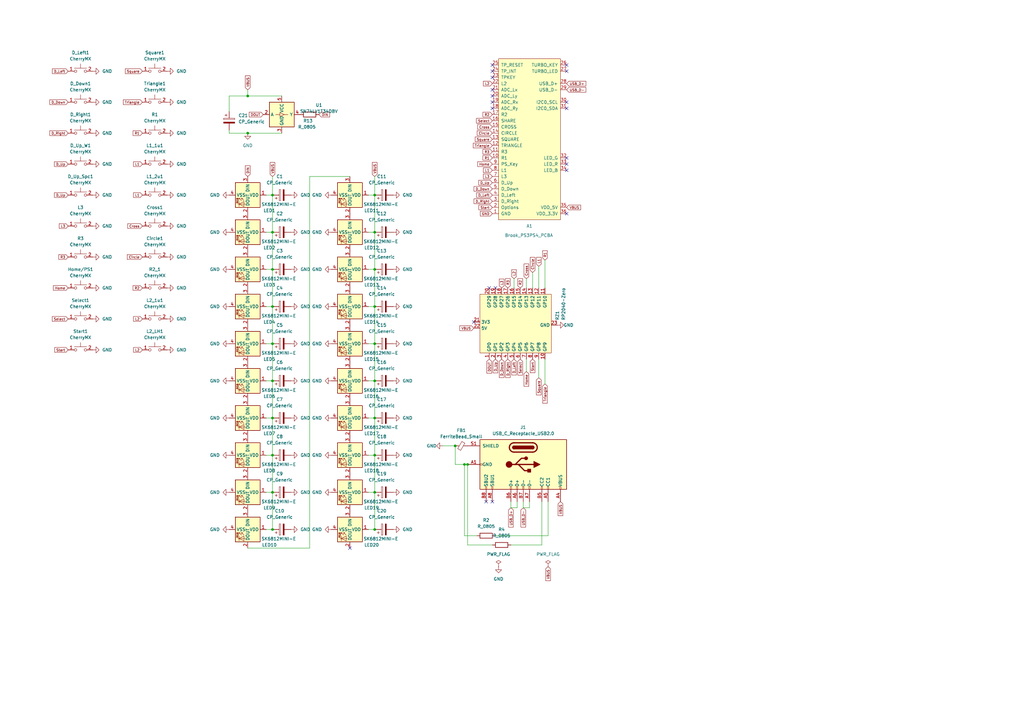
<source format=kicad_sch>
(kicad_sch (version 20230121) (generator eeschema)
  (paper "A3")
  (lib_symbols
    (symbol "Brook:Brook_PS3PS4_PCBA" (pin_names (offset 1.016))
      (property "Reference" "A" (at 0 0 0))
      (property "Value" "Brook_PS3PS4_PCBA" (at 0 -2.54 0))
      (symbol "Brook_PS3PS4_PCBA_1_1"
        (pin power_in line (at -15.24 5.08 0) (length 2.54) (name "GND") (number "1"))
        (pin input line (at -15.24 27.94 0) (length 2.54) (name "R1") (number "10"))
        (pin input line (at -15.24 30.48 0) (length 2.54) (name "R3") (number "11"))
        (pin input line (at -15.24 33.02 0) (length 2.54) (name "TRIANGLE") (number "12"))
        (pin input line (at -15.24 35.56 0) (length 2.54) (name "SQUARE") (number "13"))
        (pin input line (at -15.24 38.1 0) (length 2.54) (name "CIRCLE") (number "14"))
        (pin input line (at -15.24 40.64 0) (length 2.54) (name "CROSS") (number "15"))
        (pin input line (at -15.24 43.18 0) (length 2.54) (name "SHARE") (number "16"))
        (pin input line (at -15.24 45.72 0) (length 2.54) (name "R2") (number "17"))
        (pin input line (at -15.24 48.26 0) (length 2.54) (name "ADC_Ry") (number "18"))
        (pin input line (at -15.24 50.8 0) (length 2.54) (name "ADC_Rx") (number "19"))
        (pin input line (at -15.24 7.62 0) (length 2.54) (name "Options") (number "2"))
        (pin input line (at -15.24 53.34 0) (length 2.54) (name "ADC_Ly") (number "20"))
        (pin input line (at -15.24 55.88 0) (length 2.54) (name "ADC_Lx") (number "21"))
        (pin input line (at -15.24 58.42 0) (length 2.54) (name "L2") (number "22"))
        (pin input line (at -15.24 60.96 0) (length 2.54) (name "TPKEY") (number "23"))
        (pin input line (at -15.24 63.5 0) (length 2.54) (name "TP_INT") (number "24"))
        (pin input line (at -15.24 66.04 0) (length 2.54) (name "TP_RESET") (number "25"))
        (pin input line (at 15.24 66.04 180) (length 2.54) (name "TURBO_KEY") (number "26"))
        (pin output line (at 15.24 63.5 180) (length 2.54) (name "TURBO_LED") (number "27"))
        (pin bidirectional line (at 15.24 58.42 180) (length 2.54) (name "USB_D+") (number "28"))
        (pin bidirectional line (at 15.24 55.88 180) (length 2.54) (name "USB_D-") (number "29"))
        (pin input line (at -15.24 10.16 0) (length 2.54) (name "D_Right") (number "3"))
        (pin bidirectional line (at 15.24 50.8 180) (length 2.54) (name "I2C0_SCL") (number "30"))
        (pin bidirectional line (at 15.24 48.26 180) (length 2.54) (name "I2C0_SDA") (number "31"))
        (pin output line (at 15.24 27.94 180) (length 2.54) (name "LED_G") (number "32"))
        (pin output line (at 15.24 25.4 180) (length 2.54) (name "LED_R") (number "33"))
        (pin output line (at 15.24 22.86 180) (length 2.54) (name "LED_B") (number "34"))
        (pin power_in line (at 15.24 7.62 180) (length 2.54) (name "VDD_5V") (number "35"))
        (pin power_out line (at 15.24 5.08 180) (length 2.54) (name "VDD_3.3V") (number "36"))
        (pin input line (at -15.24 12.7 0) (length 2.54) (name "D_Left") (number "4"))
        (pin input line (at -15.24 15.24 0) (length 2.54) (name "D_Down") (number "5"))
        (pin input line (at -15.24 17.78 0) (length 2.54) (name "D_Up") (number "6"))
        (pin input line (at -15.24 20.32 0) (length 2.54) (name "L3") (number "7"))
        (pin input line (at -15.24 22.86 0) (length 2.54) (name "L1") (number "8"))
        (pin input line (at -15.24 25.4 0) (length 2.54) (name "PS_Key") (number "9"))
      )
    )
    (symbol "CherryMX:CherryMX" (pin_names (offset 0.254))
      (property "Reference" "SW" (at 2.54 3.175 0))
      (property "Value" "CherryMX" (at 0 -1.905 0))
      (symbol "CherryMX_1_1"
        (pin passive line (at -5.08 0 0) (length 2.54) (name "~") (number "1"))
        (pin passive line (at 5.08 0 180) (length 2.54) (name "~") (number "2"))
      )
    )
    (symbol "Connector:USB_C_Receptacle_USB2.0" (pin_names (offset 1.016))
      (property "Reference" "J" (at -10.16 19.05 0))
      (property "Value" "USB_C_Receptacle_USB2.0" (at 19.05 19.05 0))
      (symbol "USB_C_Receptacle_USB2.0_1_1"
        (pin passive line (at 0 -22.86 90) (length 5.08) (name "GND") (number "A1"))
        (pin passive line (at 0 -22.86 90) (length 5.08) hide (name "GND") (number "A12"))
        (pin passive line (at 15.24 15.24 180) (length 5.08) (name "VBUS") (number "A4"))
        (pin bidirectional line (at 15.24 10.16 180) (length 5.08) (name "CC1") (number "A5"))
        (pin bidirectional line (at 15.24 -2.54 180) (length 5.08) (name "D+") (number "A6"))
        (pin bidirectional line (at 15.24 2.54 180) (length 5.08) (name "D-") (number "A7"))
        (pin bidirectional line (at 15.24 -12.7 180) (length 5.08) (name "SBU1") (number "A8"))
        (pin passive line (at 15.24 15.24 180) (length 5.08) hide (name "VBUS") (number "A9"))
        (pin passive line (at 0 -22.86 90) (length 5.08) hide (name "GND") (number "B1"))
        (pin passive line (at 0 -22.86 90) (length 5.08) hide (name "GND") (number "B12"))
        (pin passive line (at 15.24 15.24 180) (length 5.08) hide (name "VBUS") (number "B4"))
        (pin bidirectional line (at 15.24 7.62 180) (length 5.08) (name "CC2") (number "B5"))
        (pin bidirectional line (at 15.24 -5.08 180) (length 5.08) (name "D+") (number "B6"))
        (pin bidirectional line (at 15.24 0 180) (length 5.08) (name "D-") (number "B7"))
        (pin bidirectional line (at 15.24 -15.24 180) (length 5.08) (name "SBU2") (number "B8"))
        (pin passive line (at 15.24 15.24 180) (length 5.08) hide (name "VBUS") (number "B9"))
        (pin passive line (at -7.62 -22.86 90) (length 5.08) (name "SHIELD") (number "S1"))
      )
    )
    (symbol "Device:FerriteBead_Small" (pin_numbers hide) (pin_names (offset 0))
      (property "Reference" "FB" (at 1.905 1.27 0))
      (property "Value" "FerriteBead_Small" (at 1.905 -1.27 0))
      (symbol "FerriteBead_Small_1_1"
        (pin passive line (at 0 2.54 270) (length 1.27) (name "~") (number "1"))
        (pin passive line (at 0 -2.54 90) (length 1.27) (name "~") (number "2"))
      )
    )
    (symbol "Logic_LevelTranslator:SN74LV1T34DBV"
      (property "Reference" "U" (at 5.08 6.35 0))
      (property "Value" "SN74LV1T34DBV" (at 5.08 3.81 0))
      (symbol "SN74LV1T34DBV_1_1"
        (pin no_connect line (at -5.08 2.54 0) (length 2.54) hide (name "NC") (number "1"))
        (pin input line (at -7.62 0 0) (length 2.54) (name "A") (number "2"))
        (pin power_in line (at 0 -7.62 90) (length 2.54) (name "GND") (number "3"))
        (pin output line (at 7.62 0 180) (length 2.54) (name "Y") (number "4"))
        (pin power_in line (at 0 7.62 270) (length 2.54) (name "VCC") (number "5"))
      )
    )
    (symbol "PCM_Capacitor_AKL:CP_Generic" (pin_numbers hide) (pin_names (offset 0.254))
      (property "Reference" "C" (at 0.635 2.54 0))
      (property "Value" "CP_Generic" (at 0.635 -2.54 0))
      (symbol "CP_Generic_1_1"
        (pin passive line (at 0 3.81 270) (length 2.794) (name "~") (number "1"))
        (pin passive line (at 0 -3.81 90) (length 2.794) (name "~") (number "2"))
      )
    )
    (symbol "PCM_Resistor_AKL:R_0805" (pin_numbers hide) (pin_names (offset 0))
      (property "Reference" "R" (at 2.54 1.27 0))
      (property "Value" "R_0805" (at 2.54 -1.27 0))
      (symbol "R_0805_1_1"
        (pin passive line (at 0 3.81 270) (length 1.27) (name "~") (number "1"))
        (pin passive line (at 0 -3.81 90) (length 1.27) (name "~") (number "2"))
      )
    )
    (symbol "marbastlib-various:SK6812MINI-E"
      (property "Reference" "LED" (at 2.54 6.35 0))
      (property "Value" "SK6812MINI-E" (at 7.62 -6.35 0))
      (symbol "SK6812MINI-E_0_0"
        (text "RGB" (at 2.286 -4.191 0) (effects (font (size 0.762 0.762))))
      )
      (symbol "SK6812MINI-E_1_1"
        (pin power_in line (at 0 7.62 270) (length 2.54) (name "VDD") (number "1"))
        (pin output line (at 7.62 0 180) (length 2.54) (name "DOUT") (number "2"))
        (pin input line (at -7.62 0 0) (length 2.54) (name "DIN") (number "3"))
        (pin power_in line (at 0 -7.62 90) (length 2.54) (name "VSS") (number "4"))
      )
    )
    (symbol "power:GND" (power) (pin_names (offset 0))
      (property "Value" "GND" (at 0 -3.81 0))
      (symbol "GND_1_1"
        (pin power_in line (at 0 0 270) (length 0) hide (name "GND") (number "1"))
      )
    )
    (symbol "power:PWR_FLAG" (power) (pin_numbers hide) (pin_names (offset 0) hide)
      (property "Value" "PWR_FLAG" (at 0 3.81 0))
      (symbol "PWR_FLAG_0_0"
        (pin power_out line (at 0 0 90) (length 0) (name "pwr") (number "1"))
      )
    )
    (symbol "rp2040-zero:RP2040-Zero"
      (property "Reference" "RZ" (at 0 0 0))
      (property "Value" "RP2040-Zero" (at 0 -2.54 0))
      (symbol "RP2040-Zero_1_1"
        (pin bidirectional line (at -13.97 10.16 0) (length 2.54) (name "GP0") (number "1"))
        (pin bidirectional line (at -13.97 -12.7 0) (length 2.54) (name "GP9") (number "10"))
        (pin bidirectional line (at 15.24 -12.7 180) (length 2.54) (name "GP10") (number "11"))
        (pin bidirectional line (at 15.24 -10.16 180) (length 2.54) (name "GP11") (number "12"))
        (pin bidirectional line (at 15.24 -7.62 180) (length 2.54) (name "GP12") (number "13"))
        (pin bidirectional line (at 15.24 -5.08 180) (length 2.54) (name "GP13") (number "14"))
        (pin bidirectional line (at 15.24 -2.54 180) (length 2.54) (name "GP14") (number "15"))
        (pin bidirectional line (at 15.24 0 180) (length 2.54) (name "GP15") (number "16"))
        (pin bidirectional line (at 15.24 2.54 180) (length 2.54) (name "GP26") (number "17"))
        (pin bidirectional line (at 15.24 5.08 180) (length 2.54) (name "GP27") (number "18"))
        (pin bidirectional line (at 15.24 7.62 180) (length 2.54) (name "GP28") (number "19"))
        (pin bidirectional line (at -13.97 7.62 0) (length 2.54) (name "GP1") (number "2"))
        (pin bidirectional line (at 15.24 10.16 180) (length 2.54) (name "GP29") (number "20"))
        (pin power_in line (at 1.27 16.51 270) (length 2.54) (name "3V3") (number "21"))
        (pin power_in line (at -1.27 16.51 270) (length 2.54) (name "5V") (number "22"))
        (pin power_in line (at 0 -17.78 90) (length 2.54) (name "GND") (number "23"))
        (pin bidirectional line (at -13.97 5.08 0) (length 2.54) (name "GP2") (number "3"))
        (pin bidirectional line (at -13.97 2.54 0) (length 2.54) (name "GP3") (number "4"))
        (pin bidirectional line (at -13.97 0 0) (length 2.54) (name "GP4") (number "5"))
        (pin bidirectional line (at -13.97 -2.54 0) (length 2.54) (name "GP5") (number "6"))
        (pin bidirectional line (at -13.97 -5.08 0) (length 2.54) (name "GP6") (number "7"))
        (pin bidirectional line (at -13.97 -7.62 0) (length 2.54) (name "GP7") (number "8"))
        (pin bidirectional line (at -13.97 -10.16 0) (length 2.54) (name "GP8") (number "9"))
      )
    )
  )
  (junction (at 190.5 190.5))
  (junction (at 111.76 217.17))
  (junction (at 111.76 171.45))
  (junction (at 153.67 110.49))
  (junction (at 153.67 217.17))
  (junction (at 111.76 186.69))
  (junction (at 186.69 182.88))
  (junction (at 111.76 95.25))
  (junction (at 153.67 80.01))
  (junction (at 111.76 156.21))
  (junction (at 153.67 125.73))
  (junction (at 111.76 125.73))
  (junction (at 111.76 110.49))
  (junction (at 111.76 201.93))
  (junction (at 101.6 39.37))
  (junction (at 153.67 140.97))
  (junction (at 153.67 171.45))
  (junction (at 153.67 95.25))
  (junction (at 101.6 54.61))
  (junction (at 153.67 186.69))
  (junction (at 153.67 156.21))
  (junction (at 191.77 190.5))
  (junction (at 153.67 201.93))
  (junction (at 111.76 140.97))
  (junction (at 111.76 80.01))
  (no_connect (at 201.93 41.91))
  (no_connect (at 201.93 39.37))
  (no_connect (at 232.41 64.77))
  (no_connect (at 232.41 87.63))
  (no_connect (at 232.41 67.31))
  (no_connect (at 232.41 29.21))
  (no_connect (at 201.93 44.45))
  (no_connect (at 201.93 31.75))
  (no_connect (at 232.41 41.91))
  (no_connect (at 232.41 26.67))
  (no_connect (at 232.41 44.45))
  (no_connect (at 201.93 26.67))
  (no_connect (at 203.2 118.11))
  (no_connect (at 194.31 132.08))
  (no_connect (at 232.41 69.85))
  (no_connect (at 199.39 205.74))
  (no_connect (at 200.66 118.11))
  (no_connect (at 201.93 29.21))
  (no_connect (at 143.51 224.79))
  (no_connect (at 201.93 205.74))
  (no_connect (at 201.93 36.83))
  (wire (pts (xy 111.76 125.73) (xy 111.76 140.97)))
  (wire (pts (xy 153.67 110.49) (xy 151.13 110.49)))
  (wire (pts (xy 153.67 140.97) (xy 151.13 140.97)))
  (wire (pts (xy 153.67 125.73) (xy 151.13 125.73)))
  (wire (pts (xy 153.67 140.97) (xy 153.67 156.21)))
  (wire (pts (xy 153.67 186.69) (xy 153.67 201.93)))
  (wire (pts (xy 111.76 171.45) (xy 109.22 171.45)))
  (wire (pts (xy 153.67 156.21) (xy 151.13 156.21)))
  (wire (pts (xy 186.69 190.5) (xy 186.69 182.88)))
  (wire (pts (xy 111.76 201.93) (xy 109.22 201.93)))
  (wire (pts (xy 220.98 147.32) (xy 220.98 154.94)))
  (wire (pts (xy 153.67 156.21) (xy 153.67 171.45)))
  (wire (pts (xy 127 72.39) (xy 143.51 72.39)))
  (wire (pts (xy 101.6 39.37) (xy 93.98 39.37)))
  (wire (pts (xy 215.9 114.3) (xy 215.9 118.11)))
  (wire (pts (xy 101.6 36.83) (xy 101.6 39.37)))
  (wire (pts (xy 101.6 224.79) (xy 127 224.79)))
  (wire (pts (xy 153.67 186.69) (xy 151.13 186.69)))
  (wire (pts (xy 111.76 156.21) (xy 111.76 171.45)))
  (wire (pts (xy 215.9 147.32) (xy 215.9 152.4)))
  (wire (pts (xy 153.67 201.93) (xy 151.13 201.93)))
  (wire (pts (xy 111.76 110.49) (xy 111.76 125.73)))
  (wire (pts (xy 93.98 39.37) (xy 93.98 45.72)))
  (wire (pts (xy 153.67 110.49) (xy 153.67 125.73)))
  (wire (pts (xy 93.98 53.34) (xy 93.98 54.61)))
  (wire (pts (xy 153.67 95.25) (xy 151.13 95.25)))
  (wire (pts (xy 214.63 205.74) (xy 214.63 208.28)))
  (wire (pts (xy 201.93 223.52) (xy 191.77 223.52)))
  (wire (pts (xy 111.76 140.97) (xy 109.22 140.97)))
  (wire (pts (xy 222.25 223.52) (xy 209.55 223.52)))
  (wire (pts (xy 210.82 114.3) (xy 210.82 118.11)))
  (wire (pts (xy 153.67 171.45) (xy 151.13 171.45)))
  (wire (pts (xy 153.67 171.45) (xy 153.67 186.69)))
  (wire (pts (xy 111.76 201.93) (xy 111.76 217.17)))
  (wire (pts (xy 181.61 182.88) (xy 186.69 182.88)))
  (wire (pts (xy 153.67 80.01) (xy 151.13 80.01)))
  (wire (pts (xy 222.25 205.74) (xy 222.25 223.52)))
  (wire (pts (xy 186.69 190.5) (xy 190.5 190.5)))
  (wire (pts (xy 224.79 219.71) (xy 203.2 219.71)))
  (wire (pts (xy 224.79 205.74) (xy 224.79 219.71)))
  (wire (pts (xy 214.63 208.28) (xy 217.17 208.28)))
  (wire (pts (xy 153.67 95.25) (xy 153.67 110.49)))
  (wire (pts (xy 101.6 39.37) (xy 115.57 39.37)))
  (wire (pts (xy 190.5 190.5) (xy 191.77 190.5)))
  (wire (pts (xy 153.67 201.93) (xy 153.67 217.17)))
  (wire (pts (xy 111.76 217.17) (xy 109.22 217.17)))
  (wire (pts (xy 153.67 125.73) (xy 153.67 140.97)))
  (wire (pts (xy 153.67 72.39) (xy 153.67 80.01)))
  (wire (pts (xy 101.6 54.61) (xy 115.57 54.61)))
  (wire (pts (xy 223.52 147.32) (xy 223.52 157.48)))
  (wire (pts (xy 111.76 140.97) (xy 111.76 156.21)))
  (wire (pts (xy 111.76 125.73) (xy 109.22 125.73)))
  (wire (pts (xy 111.76 80.01) (xy 109.22 80.01)))
  (wire (pts (xy 223.52 106.68) (xy 223.52 118.11)))
  (wire (pts (xy 93.98 54.61) (xy 101.6 54.61)))
  (wire (pts (xy 209.55 208.28) (xy 209.55 205.74)))
  (wire (pts (xy 191.77 223.52) (xy 191.77 190.5)))
  (wire (pts (xy 217.17 205.74) (xy 217.17 208.28)))
  (wire (pts (xy 111.76 110.49) (xy 109.22 110.49)))
  (wire (pts (xy 111.76 156.21) (xy 109.22 156.21)))
  (wire (pts (xy 220.98 109.22) (xy 220.98 118.11)))
  (wire (pts (xy 111.76 72.39) (xy 111.76 80.01)))
  (wire (pts (xy 111.76 171.45) (xy 111.76 186.69)))
  (wire (pts (xy 111.76 186.69) (xy 109.22 186.69)))
  (wire (pts (xy 111.76 80.01) (xy 111.76 95.25)))
  (wire (pts (xy 111.76 186.69) (xy 111.76 201.93)))
  (wire (pts (xy 195.58 219.71) (xy 190.5 219.71)))
  (wire (pts (xy 153.67 217.17) (xy 151.13 217.17)))
  (wire (pts (xy 153.67 80.01) (xy 153.67 95.25)))
  (wire (pts (xy 111.76 95.25) (xy 111.76 110.49)))
  (wire (pts (xy 190.5 219.71) (xy 190.5 190.5)))
  (wire (pts (xy 218.44 111.76) (xy 218.44 118.11)))
  (wire (pts (xy 111.76 95.25) (xy 109.22 95.25)))
  (wire (pts (xy 212.09 205.74) (xy 212.09 208.28)))
  (wire (pts (xy 212.09 208.28) (xy 209.55 208.28)))
  (wire (pts (xy 127 224.79) (xy 127 72.39)))
  (global_label "R2" (shape input) (at 213.36 118.11 90) (effects (font (size 1 1))) (property "Intersheetrefs" "${INTERSHEET_REFS}" (effects hide)))
  (global_label "D_Up" (shape input) (at 203.2 147.32 270) (effects (font (size 1 1))) (property "Intersheetrefs" "${INTERSHEET_REFS}" (effects hide)))
  (global_label "Home" (shape input) (at 27.94 118.11 180) (effects (font (size 1 1))) (property "Intersheetrefs" "${INTERSHEET_REFS}" (effects hide)))
  (global_label "D_Down" (shape input) (at 205.74 147.32 270) (effects (font (size 1 1))) (property "Intersheetrefs" "${INTERSHEET_REFS}" (effects hide)))
  (global_label "R3" (shape input) (at 208.28 118.11 90) (effects (font (size 1 1))) (property "Intersheetrefs" "${INTERSHEET_REFS}" (effects hide)))
  (global_label "D_Right" (shape input) (at 201.93 82.55 180) (effects (font (size 1 1))) (property "Intersheetrefs" "${INTERSHEET_REFS}" (effects hide)))
  (global_label "D_Left" (shape input) (at 201.93 80.01 180) (effects (font (size 1 1))) (property "Intersheetrefs" "${INTERSHEET_REFS}" (effects hide)))
  (global_label "VBUS" (shape input) (at 153.67 72.39 90) (effects (font (size 1 1))) (property "Intersheetrefs" "${INTERSHEET_REFS}" (effects hide)))
  (global_label "Home" (shape input) (at 215.9 152.4 270) (effects (font (size 1 1))) (property "Intersheetrefs" "${INTERSHEET_REFS}" (effects hide)))
  (global_label "Start" (shape input) (at 218.44 147.32 270) (effects (font (size 1 1))) (property "Intersheetrefs" "${INTERSHEET_REFS}" (effects hide)))
  (global_label "Square" (shape input) (at 58.42 29.21 180) (effects (font (size 1 1))) (property "Intersheetrefs" "${INTERSHEET_REFS}" (effects hide)))
  (global_label "VBUS" (shape input) (at 229.87 205.74 270) (effects (font (size 1 1))) (property "Intersheetrefs" "${INTERSHEET_REFS}" (effects hide)))
  (global_label "Triangle" (shape input) (at 223.52 157.48 270) (effects (font (size 1 1))) (property "Intersheetrefs" "${INTERSHEET_REFS}" (effects hide)))
  (global_label "VBUS" (shape input) (at 224.79 232.41 270) (effects (font (size 1 1))) (property "Intersheetrefs" "${INTERSHEET_REFS}" (effects hide)))
  (global_label "Square" (shape input) (at 220.98 154.94 270) (effects (font (size 1 1))) (property "Intersheetrefs" "${INTERSHEET_REFS}" (effects hide)))
  (global_label "R3" (shape input) (at 201.93 62.23 180) (effects (font (size 1 1))) (property "Intersheetrefs" "${INTERSHEET_REFS}" (effects hide)))
  (global_label "R2" (shape input) (at 58.42 118.11 180) (effects (font (size 1 1))) (property "Intersheetrefs" "${INTERSHEET_REFS}" (effects hide)))
  (global_label "VBUS" (shape input) (at 101.6 36.83 90) (effects (font (size 1 1))) (property "Intersheetrefs" "${INTERSHEET_REFS}" (effects hide)))
  (global_label "VBUS" (shape input) (at 232.41 85.09 0) (effects (font (size 1 1))) (property "Intersheetrefs" "${INTERSHEET_REFS}" (effects hide)))
  (global_label "R2" (shape input) (at 201.93 46.99 180) (effects (font (size 1 1))) (property "Intersheetrefs" "${INTERSHEET_REFS}" (effects hide)))
  (global_label "R3" (shape input) (at 27.94 105.41 180) (effects (font (size 1 1))) (property "Intersheetrefs" "${INTERSHEET_REFS}" (effects hide)))
  (global_label "L1" (shape input) (at 58.42 80.01 180) (effects (font (size 1 1))) (property "Intersheetrefs" "${INTERSHEET_REFS}" (effects hide)))
  (global_label "DIN" (shape input) (at 130.81 46.99 0) (effects (font (size 1 1))) (property "Intersheetrefs" "${INTERSHEET_REFS}" (effects hide)))
  (global_label "L1" (shape input) (at 58.42 67.31 180) (effects (font (size 1 1))) (property "Intersheetrefs" "${INTERSHEET_REFS}" (effects hide)))
  (global_label "Home" (shape input) (at 201.93 67.31 180) (effects (font (size 1 1))) (property "Intersheetrefs" "${INTERSHEET_REFS}" (effects hide)))
  (global_label "Cross" (shape input) (at 215.9 114.3 90) (effects (font (size 1 1))) (property "Intersheetrefs" "${INTERSHEET_REFS}" (effects hide)))
  (global_label "USB_D+" (shape input) (at 209.55 208.28 270) (effects (font (size 1 1))) (property "Intersheetrefs" "${INTERSHEET_REFS}" (effects hide)))
  (global_label "DOUT" (shape input) (at 200.66 147.32 270) (effects (font (size 1 1))) (property "Intersheetrefs" "${INTERSHEET_REFS}" (effects hide)))
  (global_label "L3" (shape input) (at 201.93 72.39 180) (effects (font (size 1 1))) (property "Intersheetrefs" "${INTERSHEET_REFS}" (effects hide)))
  (global_label "R1" (shape input) (at 201.93 64.77 180) (effects (font (size 1 1))) (property "Intersheetrefs" "${INTERSHEET_REFS}" (effects hide)))
  (global_label "L2" (shape input) (at 58.42 143.51 180) (effects (font (size 1 1))) (property "Intersheetrefs" "${INTERSHEET_REFS}" (effects hide)))
  (global_label "Start" (shape input) (at 27.94 143.51 180) (effects (font (size 1 1))) (property "Intersheetrefs" "${INTERSHEET_REFS}" (effects hide)))
  (global_label "D_Right" (shape input) (at 208.28 147.32 270) (effects (font (size 1 1))) (property "Intersheetrefs" "${INTERSHEET_REFS}" (effects hide)))
  (global_label "DOUT" (shape input) (at 107.95 46.99 180) (effects (font (size 1 1))) (property "Intersheetrefs" "${INTERSHEET_REFS}" (effects hide)))
  (global_label "L1" (shape input) (at 201.93 69.85 180) (effects (font (size 1 1))) (property "Intersheetrefs" "${INTERSHEET_REFS}" (effects hide)))
  (global_label "D_Down" (shape input) (at 201.93 77.47 180) (effects (font (size 1 1))) (property "Intersheetrefs" "${INTERSHEET_REFS}" (effects hide)))
  (global_label "USB_D-" (shape input) (at 232.41 36.83 0) (effects (font (size 1 1))) (property "Intersheetrefs" "${INTERSHEET_REFS}" (effects hide)))
  (global_label "DIN" (shape input) (at 101.6 72.39 90) (effects (font (size 1 1))) (property "Intersheetrefs" "${INTERSHEET_REFS}" (effects hide)))
  (global_label "L3" (shape input) (at 205.74 118.11 90) (effects (font (size 1 1))) (property "Intersheetrefs" "${INTERSHEET_REFS}" (effects hide)))
  (global_label "Circle" (shape input) (at 218.44 111.76 90) (effects (font (size 1 1))) (property "Intersheetrefs" "${INTERSHEET_REFS}" (effects hide)))
  (global_label "R1" (shape input) (at 223.52 106.68 90) (effects (font (size 1 1))) (property "Intersheetrefs" "${INTERSHEET_REFS}" (effects hide)))
  (global_label "Select" (shape input) (at 201.93 49.53 180) (effects (font (size 1 1))) (property "Intersheetrefs" "${INTERSHEET_REFS}" (effects hide)))
  (global_label "USB_D+" (shape input) (at 232.41 34.29 0) (effects (font (size 1 1))) (property "Intersheetrefs" "${INTERSHEET_REFS}" (effects hide)))
  (global_label "Triangle" (shape input) (at 201.93 59.69 180) (effects (font (size 1 1))) (property "Intersheetrefs" "${INTERSHEET_REFS}" (effects hide)))
  (global_label "USB_D-" (shape input) (at 214.63 208.28 270) (effects (font (size 1 1))) (property "Intersheetrefs" "${INTERSHEET_REFS}" (effects hide)))
  (global_label "Circle" (shape input) (at 201.93 54.61 180) (effects (font (size 1 1))) (property "Intersheetrefs" "${INTERSHEET_REFS}" (effects hide)))
  (global_label "L2" (shape input) (at 201.93 34.29 180) (effects (font (size 1 1))) (property "Intersheetrefs" "${INTERSHEET_REFS}" (effects hide)))
  (global_label "Start" (shape input) (at 201.93 85.09 180) (effects (font (size 1 1))) (property "Intersheetrefs" "${INTERSHEET_REFS}" (effects hide)))
  (global_label "VBUS" (shape input) (at 111.76 72.39 90) (effects (font (size 1 1))) (property "Intersheetrefs" "${INTERSHEET_REFS}" (effects hide)))
  (global_label "D_Left" (shape input) (at 27.94 29.21 180) (effects (font (size 1 1))) (property "Intersheetrefs" "${INTERSHEET_REFS}" (effects hide)))
  (global_label "L2" (shape input) (at 58.42 130.81 180) (effects (font (size 1 1))) (property "Intersheetrefs" "${INTERSHEET_REFS}" (effects hide)))
  (global_label "D_Up" (shape input) (at 27.94 67.31 180) (effects (font (size 1 1))) (property "Intersheetrefs" "${INTERSHEET_REFS}" (effects hide)))
  (global_label "L2" (shape input) (at 210.82 114.3 90) (effects (font (size 1 1))) (property "Intersheetrefs" "${INTERSHEET_REFS}" (effects hide)))
  (global_label "L1" (shape input) (at 220.98 109.22 90) (effects (font (size 1 1))) (property "Intersheetrefs" "${INTERSHEET_REFS}" (effects hide)))
  (global_label "R1" (shape input) (at 58.42 54.61 180) (effects (font (size 1 1))) (property "Intersheetrefs" "${INTERSHEET_REFS}" (effects hide)))
  (global_label "Select" (shape input) (at 27.94 130.81 180) (effects (font (size 1 1))) (property "Intersheetrefs" "${INTERSHEET_REFS}" (effects hide)))
  (global_label "D_Right" (shape input) (at 27.94 54.61 180) (effects (font (size 1 1))) (property "Intersheetrefs" "${INTERSHEET_REFS}" (effects hide)))
  (global_label "Cross" (shape input) (at 201.93 52.07 180) (effects (font (size 1 1))) (property "Intersheetrefs" "${INTERSHEET_REFS}" (effects hide)))
  (global_label "Circle" (shape input) (at 58.42 105.41 180) (effects (font (size 1 1))) (property "Intersheetrefs" "${INTERSHEET_REFS}" (effects hide)))
  (global_label "D_Down" (shape input) (at 27.94 41.91 180) (effects (font (size 1 1))) (property "Intersheetrefs" "${INTERSHEET_REFS}" (effects hide)))
  (global_label "L3" (shape input) (at 27.94 92.71 180) (effects (font (size 1 1))) (property "Intersheetrefs" "${INTERSHEET_REFS}" (effects hide)))
  (global_label "Square" (shape input) (at 201.93 57.15 180) (effects (font (size 1 1))) (property "Intersheetrefs" "${INTERSHEET_REFS}" (effects hide)))
  (global_label "D_Up" (shape input) (at 27.94 80.01 180) (effects (font (size 1 1))) (property "Intersheetrefs" "${INTERSHEET_REFS}" (effects hide)))
  (global_label "Cross" (shape input) (at 58.42 92.71 180) (effects (font (size 1 1))) (property "Intersheetrefs" "${INTERSHEET_REFS}" (effects hide)))
  (global_label "Triangle" (shape input) (at 58.42 41.91 180) (effects (font (size 1 1))) (property "Intersheetrefs" "${INTERSHEET_REFS}" (effects hide)))
  (global_label "D_Up" (shape input) (at 201.93 74.93 180) (effects (font (size 1 1))) (property "Intersheetrefs" "${INTERSHEET_REFS}" (effects hide)))
  (global_label "GND" (shape input) (at 201.93 87.63 180) (effects (font (size 1 1))) (property "Intersheetrefs" "${INTERSHEET_REFS}" (effects hide)))
  (global_label "VBUS" (shape input) (at 194.31 134.62 180) (effects (font (size 1 1))) (property "Intersheetrefs" "${INTERSHEET_REFS}" (effects hide)))
  (global_label "D_Left" (shape input) (at 210.82 147.32 270) (effects (font (size 1 1))) (property "Intersheetrefs" "${INTERSHEET_REFS}" (effects hide)))
  (global_label "Select" (shape input) (at 213.36 147.32 270) (effects (font (size 1 1))) (property "Intersheetrefs" "${INTERSHEET_REFS}" (effects hide)))
  (symbol (lib_id "power:GND") (at 135.89 201.93 270) (unit 1)
    (property "Reference" "#PWR059" (effects hide))
    (property "Value" "GND" (at 132.08 201.93 90) (effects (justify right)))
  )
  (symbol (lib_id "power:GND") (at 119.38 201.93 90) (unit 1)
    (property "Reference" "#PWR040" (effects hide))
    (property "Value" "GND" (at 123.19 201.93 90) (effects (justify right)))
  )
  (symbol (lib_id "power:GND") (at 93.98 95.25 270) (unit 1)
    (property "Reference" "#PWR025" (effects hide))
    (property "Value" "GND" (at 90.17 95.25 90) (effects (justify right)))
  )
  (symbol (lib_id "power:GND") (at 135.89 80.01 270) (unit 1)
    (property "Reference" "#PWR043" (effects hide))
    (property "Value" "GND" (at 132.08 80.01 90) (effects (justify right)))
  )
  (symbol (lib_id "power:GND") (at 135.89 217.17 270) (unit 1)
    (property "Reference" "#PWR061" (effects hide))
    (property "Value" "GND" (at 132.08 217.17 90) (effects (justify right)))
  )
  (symbol (lib_id "power:GND") (at 38.1 67.31 90) (unit 1)
    (property "Reference" "#PWR08" (effects hide))
    (property "Value" "GND" (at 41.91 67.31 90) (effects (justify right)))
  )
  (symbol (lib_id "PCM_Resistor_AKL:R_0805") (at 205.74 223.52 90) (unit 1)
    (property "Reference" "R4" (at 205.74 217.17 90))
    (property "Value" "R_0805" (at 205.74 219.71 90))
    (property "Footprint" "PCM_Resistor_SMD_AKL:R_0805_2012Metric_Pad1.15x1.40mm" (effects hide))
    (property "LCSC" "C22809" (effects hide))
  )
  (symbol (lib_id "power:GND") (at 38.1 143.51 90) (unit 1)
    (property "Reference" "#PWR024" (effects hide))
    (property "Value" "GND" (at 41.91 143.51 90) (effects (justify right)))
  )
  (symbol (lib_id "power:GND") (at 161.29 186.69 90) (unit 1)
    (property "Reference" "#PWR058" (effects hide))
    (property "Value" "GND" (at 165.1 186.69 90) (effects (justify right)))
  )
  (symbol (lib_id "power:GND") (at 119.38 125.73 90) (unit 1)
    (property "Reference" "#PWR030" (effects hide))
    (property "Value" "GND" (at 123.19 125.73 90) (effects (justify right)))
  )
  (symbol (lib_id "marbastlib-various:SK6812MINI-E") (at 101.6 125.73 270) (unit 1)
    (property "Reference" "LED4" (at 110.49 132.08 90))
    (property "Value" "SK6812MINI-E" (at 114.3 129.54 90))
    (property "Footprint" "marbastlib-mx:LED_MX_6028R" (effects hide))
  )
  (symbol (lib_id "power:GND") (at 228.6 133.35 90) (unit 1)
    (property "Reference" "#PWR064" (effects hide))
    (property "Value" "GND" (at 231.14 133.35 90) (effects (justify right)))
  )
  (symbol (lib_id "CherryMX:CherryMX") (at 63.5 54.61 0) (unit 1)
    (property "Reference" "R1" (at 63.5 46.99 0))
    (property "Value" "CherryMX" (at 63.5 49.53 0))
    (property "Footprint" "keyswitches.pretty-2.1:Kailh_socket_MX" (effects hide))
  )
  (symbol (lib_id "PCM_Capacitor_AKL:CP_Generic") (at 115.57 110.49 90) (unit 1)
    (property "Reference" "C3" (at 114.681 102.87 90))
    (property "Value" "CP_Generic" (at 114.681 105.41 90))
    (property "Footprint" "Capacitor_SMD:C_0805_2012Metric" (effects hide))
    (property "LCSC" "C49678" (effects hide))
  )
  (symbol (lib_id "marbastlib-various:SK6812MINI-E") (at 101.6 171.45 270) (unit 1)
    (property "Reference" "LED7" (at 110.49 177.8 90))
    (property "Value" "SK6812MINI-E" (at 114.3 175.26 90))
    (property "Footprint" "marbastlib-mx:LED_MX_6028R" (effects hide))
  )
  (symbol (lib_id "power:GND") (at 93.98 186.69 270) (unit 1)
    (property "Reference" "#PWR037" (effects hide))
    (property "Value" "GND" (at 90.17 186.69 90) (effects (justify right)))
  )
  (symbol (lib_id "power:GND") (at 93.98 140.97 270) (unit 1)
    (property "Reference" "#PWR031" (effects hide))
    (property "Value" "GND" (at 90.17 140.97 90) (effects (justify right)))
  )
  (symbol (lib_id "CherryMX:CherryMX") (at 33.02 41.91 0) (unit 1)
    (property "Reference" "D_Down1" (at 33.02 34.29 0))
    (property "Value" "CherryMX" (at 33.02 36.83 0))
    (property "Footprint" "keyswitches.pretty-2.1:Kailh_socket_MX" (effects hide))
  )
  (symbol (lib_id "Device:FerriteBead_Small") (at 189.23 182.88 90) (unit 1)
    (property "Reference" "FB1" (at 189.1919 176.53 90))
    (property "Value" "FerriteBead_Small" (at 189.1919 179.07 90))
    (property "Footprint" "PCM_Ferrite_SMD_AKL:Ferrite_0805_2012Metric_Pad1.15x1.40mm_BigPads" (effects hide))
    (property "LCSC" "C1017" (effects hide))
  )
  (symbol (lib_id "power:PWR_FLAG") (at 224.79 232.41 0) (unit 1)
    (property "Reference" "#FLG02" (effects hide))
    (property "Value" "PWR_FLAG" (at 224.79 227.33 0))
  )
  (symbol (lib_id "power:GND") (at 161.29 171.45 90) (unit 1)
    (property "Reference" "#PWR056" (effects hide))
    (property "Value" "GND" (at 165.1 171.45 90) (effects (justify right)))
  )
  (symbol (lib_id "CherryMX:CherryMX") (at 33.02 143.51 0) (unit 1)
    (property "Reference" "Start1" (at 33.02 135.89 0))
    (property "Value" "CherryMX" (at 33.02 138.43 0))
    (property "Footprint" "keyswitches.pretty-2.1:Kailh_socket_MX" (effects hide))
  )
  (symbol (lib_id "power:GND") (at 93.98 217.17 270) (unit 1)
    (property "Reference" "#PWR041" (effects hide))
    (property "Value" "GND" (at 90.17 217.17 90) (effects (justify right)))
  )
  (symbol (lib_id "power:GND") (at 161.29 95.25 90) (unit 1)
    (property "Reference" "#PWR046" (effects hide))
    (property "Value" "GND" (at 165.1 95.25 90) (effects (justify right)))
  )
  (symbol (lib_id "PCM_Capacitor_AKL:CP_Generic") (at 157.48 125.73 90) (unit 1)
    (property "Reference" "C14" (at 156.591 118.11 90))
    (property "Value" "CP_Generic" (at 156.591 120.65 90))
    (property "Footprint" "Capacitor_SMD:C_0805_2012Metric" (effects hide))
    (property "LCSC" "C49678" (effects hide))
  )
  (symbol (lib_id "power:GND") (at 135.89 186.69 270) (unit 1)
    (property "Reference" "#PWR057" (effects hide))
    (property "Value" "GND" (at 132.08 186.69 90) (effects (justify right)))
  )
  (symbol (lib_id "CherryMX:CherryMX") (at 63.5 130.81 0) (unit 1)
    (property "Reference" "L2_1u1" (at 63.5 123.19 0))
    (property "Value" "CherryMX" (at 63.5 125.73 0))
    (property "Footprint" "keyswitches.pretty-2.1:SW_MX" (effects hide))
  )
  (symbol (lib_id "marbastlib-various:SK6812MINI-E") (at 143.51 186.69 270) (unit 1)
    (property "Reference" "LED18" (at 152.4 193.04 90))
    (property "Value" "SK6812MINI-E" (at 156.21 190.5 90))
    (property "Footprint" "marbastlib-mx:LED_MX_6028R" (effects hide))
  )
  (symbol (lib_id "power:GND") (at 38.1 130.81 90) (unit 1)
    (property "Reference" "#PWR023" (effects hide))
    (property "Value" "GND" (at 41.91 130.81 90) (effects (justify right)))
  )
  (symbol (lib_id "power:GND") (at 68.58 41.91 90) (unit 1)
    (property "Reference" "#PWR011" (effects hide))
    (property "Value" "GND" (at 72.39 41.91 90) (effects (justify right)))
  )
  (symbol (lib_id "marbastlib-various:SK6812MINI-E") (at 101.6 80.01 270) (unit 1)
    (property "Reference" "LED1" (at 110.49 86.36 90))
    (property "Value" "SK6812MINI-E" (at 114.3 83.82 90))
    (property "Footprint" "marbastlib-mx:LED_MX_6028R" (effects hide))
  )
  (symbol (lib_id "power:GND") (at 119.38 95.25 90) (unit 1)
    (property "Reference" "#PWR026" (effects hide))
    (property "Value" "GND" (at 123.19 95.25 90) (effects (justify right)))
  )
  (symbol (lib_id "marbastlib-various:SK6812MINI-E") (at 143.51 171.45 270) (unit 1)
    (property "Reference" "LED17" (at 152.4 177.8 90))
    (property "Value" "SK6812MINI-E" (at 156.21 175.26 90))
    (property "Footprint" "marbastlib-mx:LED_MX_6028R" (effects hide))
  )
  (symbol (lib_id "power:GND") (at 161.29 80.01 90) (unit 1)
    (property "Reference" "#PWR044" (effects hide))
    (property "Value" "GND" (at 165.1 80.01 90) (effects (justify right)))
  )
  (symbol (lib_id "marbastlib-various:SK6812MINI-E") (at 143.51 217.17 270) (unit 1)
    (property "Reference" "LED20" (at 152.4 223.52 90))
    (property "Value" "SK6812MINI-E" (at 156.21 220.98 90))
    (property "Footprint" "marbastlib-mx:LED_MX_6028R" (effects hide))
  )
  (symbol (lib_id "power:GND") (at 93.98 125.73 270) (unit 1)
    (property "Reference" "#PWR029" (effects hide))
    (property "Value" "GND" (at 90.17 125.73 90) (effects (justify right)))
  )
  (symbol (lib_id "power:GND") (at 204.47 232.41 0) (unit 1)
    (property "Reference" "#PWR04" (effects hide))
    (property "Value" "GND" (at 204.47 237.49 0))
  )
  (symbol (lib_id "marbastlib-various:SK6812MINI-E") (at 143.51 140.97 270) (unit 1)
    (property "Reference" "LED15" (at 152.4 147.32 90))
    (property "Value" "SK6812MINI-E" (at 156.21 144.78 90))
    (property "Footprint" "marbastlib-mx:LED_MX_6028R" (effects hide))
  )
  (symbol (lib_id "power:GND") (at 135.89 156.21 270) (unit 1)
    (property "Reference" "#PWR053" (effects hide))
    (property "Value" "GND" (at 132.08 156.21 90) (effects (justify right)))
  )
  (symbol (lib_id "PCM_Resistor_AKL:R_0805") (at 127 46.99 270) (unit 1)
    (property "Reference" "R13" (at 128.27 49.53 90) (effects (justify right)))
    (property "Value" "R_0805" (at 129.54 52.07 90) (effects (justify right)))
    (property "Footprint" "PCM_Resistor_SMD_AKL:R_0805_2012Metric_Pad1.15x1.40mm" (effects hide))
    (property "LCSC" "C22809" (effects hide))
  )
  (symbol (lib_id "power:GND") (at 38.1 105.41 90) (unit 1)
    (property "Reference" "#PWR021" (effects hide))
    (property "Value" "GND" (at 41.91 105.41 90) (effects (justify right)))
  )
  (symbol (lib_id "power:GND") (at 135.89 171.45 270) (unit 1)
    (property "Reference" "#PWR055" (effects hide))
    (property "Value" "GND" (at 132.08 171.45 90) (effects (justify right)))
  )
  (symbol (lib_id "marbastlib-various:SK6812MINI-E") (at 143.51 125.73 270) (unit 1)
    (property "Reference" "LED14" (at 152.4 132.08 90))
    (property "Value" "SK6812MINI-E" (at 156.21 129.54 90))
    (property "Footprint" "marbastlib-mx:LED_MX_6028R" (effects hide))
  )
  (symbol (lib_id "PCM_Capacitor_AKL:CP_Generic") (at 115.57 140.97 90) (unit 1)
    (property "Reference" "C5" (at 114.681 133.35 90))
    (property "Value" "CP_Generic" (at 114.681 135.89 90))
    (property "Footprint" "Capacitor_SMD:C_0805_2012Metric" (effects hide))
    (property "LCSC" "C49678" (effects hide))
  )
  (symbol (lib_id "power:GND") (at 93.98 80.01 270) (unit 1)
    (property "Reference" "#PWR01" (effects hide))
    (property "Value" "GND" (at 90.17 80.01 90) (effects (justify right)))
  )
  (symbol (lib_id "power:GND") (at 101.6 54.61 0) (unit 1)
    (property "Reference" "#PWR063" (effects hide))
    (property "Value" "GND" (at 101.6 59.69 0))
  )
  (symbol (lib_id "PCM_Capacitor_AKL:CP_Generic") (at 157.48 95.25 90) (unit 1)
    (property "Reference" "C12" (at 156.591 87.63 90))
    (property "Value" "CP_Generic" (at 156.591 90.17 90))
    (property "Footprint" "Capacitor_SMD:C_0805_2012Metric" (effects hide))
    (property "LCSC" "C49678" (effects hide))
  )
  (symbol (lib_id "CherryMX:CherryMX") (at 33.02 29.21 0) (unit 1)
    (property "Reference" "D_Left1" (at 33.02 21.59 0))
    (property "Value" "CherryMX" (at 33.02 24.13 0))
    (property "Footprint" "keyswitches.pretty-2.1:Kailh_socket_MX" (effects hide))
  )
  (symbol (lib_id "power:GND") (at 38.1 29.21 90) (unit 1)
    (property "Reference" "#PWR05" (effects hide))
    (property "Value" "GND" (at 41.91 29.21 90) (effects (justify right)))
  )
  (symbol (lib_id "PCM_Capacitor_AKL:CP_Generic") (at 115.57 125.73 90) (unit 1)
    (property "Reference" "C4" (at 114.681 118.11 90))
    (property "Value" "CP_Generic" (at 114.681 120.65 90))
    (property "Footprint" "Capacitor_SMD:C_0805_2012Metric" (effects hide))
    (property "LCSC" "C49678" (effects hide))
  )
  (symbol (lib_id "CherryMX:CherryMX") (at 33.02 54.61 0) (unit 1)
    (property "Reference" "D_Right1" (at 33.02 46.99 0))
    (property "Value" "CherryMX" (at 33.02 49.53 0))
    (property "Footprint" "keyswitches.pretty-2.1:Kailh_socket_MX" (effects hide))
  )
  (symbol (lib_id "PCM_Capacitor_AKL:CP_Generic") (at 115.57 80.01 90) (unit 1)
    (property "Reference" "C1" (at 114.681 72.39 90))
    (property "Value" "CP_Generic" (at 114.681 74.93 90))
    (property "Footprint" "Capacitor_SMD:C_0805_2012Metric" (effects hide))
    (property "LCSC" "C49678" (effects hide))
  )
  (symbol (lib_id "power:GND") (at 38.1 118.11 90) (unit 1)
    (property "Reference" "#PWR022" (effects hide))
    (property "Value" "GND" (at 41.91 118.11 90) (effects (justify right)))
  )
  (symbol (lib_id "PCM_Capacitor_AKL:CP_Generic") (at 157.48 217.17 90) (unit 1)
    (property "Reference" "C20" (at 156.591 209.55 90))
    (property "Value" "CP_Generic" (at 156.591 212.09 90))
    (property "Footprint" "Capacitor_SMD:C_0805_2012Metric" (effects hide))
    (property "LCSC" "C49678" (effects hide))
  )
  (symbol (lib_id "power:GND") (at 38.1 54.61 90) (unit 1)
    (property "Reference" "#PWR07" (effects hide))
    (property "Value" "GND" (at 41.91 54.61 90) (effects (justify right)))
  )
  (symbol (lib_id "PCM_Capacitor_AKL:CP_Generic") (at 115.57 95.25 90) (unit 1)
    (property "Reference" "C2" (at 114.681 87.63 90))
    (property "Value" "CP_Generic" (at 114.681 90.17 90))
    (property "Footprint" "Capacitor_SMD:C_0805_2012Metric" (effects hide))
    (property "LCSC" "C49678" (effects hide))
  )
  (symbol (lib_id "power:GND") (at 68.58 29.21 90) (unit 1)
    (property "Reference" "#PWR010" (effects hide))
    (property "Value" "GND" (at 72.39 29.21 90) (effects (justify right)))
  )
  (symbol (lib_id "power:GND") (at 119.38 186.69 90) (unit 1)
    (property "Reference" "#PWR038" (effects hide))
    (property "Value" "GND" (at 123.19 186.69 90) (effects (justify right)))
  )
  (symbol (lib_id "power:GND") (at 161.29 217.17 90) (unit 1)
    (property "Reference" "#PWR062" (effects hide))
    (property "Value" "GND" (at 165.1 217.17 90) (effects (justify right)))
  )
  (symbol (lib_id "CherryMX:CherryMX") (at 33.02 130.81 0) (unit 1)
    (property "Reference" "Select1" (at 33.02 123.19 0))
    (property "Value" "CherryMX" (at 33.02 125.73 0))
    (property "Footprint" "keyswitches.pretty-2.1:Kailh_socket_MX" (effects hide))
  )
  (symbol (lib_id "power:GND") (at 93.98 156.21 270) (unit 1)
    (property "Reference" "#PWR033" (effects hide))
    (property "Value" "GND" (at 90.17 156.21 90) (effects (justify right)))
  )
  (symbol (lib_id "power:GND") (at 119.38 217.17 90) (unit 1)
    (property "Reference" "#PWR042" (effects hide))
    (property "Value" "GND" (at 123.19 217.17 90) (effects (justify right)))
  )
  (symbol (lib_id "power:GND") (at 38.1 80.01 90) (unit 1)
    (property "Reference" "#PWR09" (effects hide))
    (property "Value" "GND" (at 41.91 80.01 90) (effects (justify right)))
  )
  (symbol (lib_id "marbastlib-various:SK6812MINI-E") (at 143.51 95.25 270) (unit 1)
    (property "Reference" "LED12" (at 152.4 101.6 90))
    (property "Value" "SK6812MINI-E" (at 156.21 99.06 90))
    (property "Footprint" "marbastlib-mx:LED_MX_6028R" (effects hide))
  )
  (symbol (lib_id "power:PWR_FLAG") (at 204.47 232.41 0) (unit 1)
    (property "Reference" "#FLG01" (effects hide))
    (property "Value" "PWR_FLAG" (at 204.47 227.33 0))
  )
  (symbol (lib_id "power:GND") (at 119.38 80.01 90) (unit 1)
    (property "Reference" "#PWR02" (effects hide))
    (property "Value" "GND" (at 123.19 80.01 90) (effects (justify right)))
  )
  (symbol (lib_id "PCM_Capacitor_AKL:CP_Generic") (at 115.57 201.93 90) (unit 1)
    (property "Reference" "C9" (at 114.681 194.31 90))
    (property "Value" "CP_Generic" (at 114.681 196.85 90))
    (property "Footprint" "Capacitor_SMD:C_0805_2012Metric" (effects hide))
    (property "LCSC" "C49678" (effects hide))
  )
  (symbol (lib_id "CherryMX:CherryMX") (at 33.02 67.31 0) (unit 1)
    (property "Reference" "D_Up_W1" (at 33.02 59.69 0))
    (property "Value" "CherryMX" (at 33.02 62.23 0))
    (property "Footprint" "keyswitches.pretty-2.1:Kailh_socket_MX" (effects hide))
  )
  (symbol (lib_id "CherryMX:CherryMX") (at 63.5 41.91 0) (unit 1)
    (property "Reference" "Triangle1" (at 63.5 34.29 0))
    (property "Value" "CherryMX" (at 63.5 36.83 0))
    (property "Footprint" "keyswitches.pretty-2.1:Kailh_socket_MX" (effects hide))
  )
  (symbol (lib_id "power:GND") (at 68.58 143.51 90) (unit 1)
    (property "Reference" "#PWR019" (effects hide))
    (property "Value" "GND" (at 72.39 143.51 90) (effects (justify right)))
  )
  (symbol (lib_id "PCM_Capacitor_AKL:CP_Generic") (at 157.48 186.69 90) (unit 1)
    (property "Reference" "C18" (at 156.591 179.07 90))
    (property "Value" "CP_Generic" (at 156.591 181.61 90))
    (property "Footprint" "Capacitor_SMD:C_0805_2012Metric" (effects hide))
    (property "LCSC" "C49678" (effects hide))
  )
  (symbol (lib_id "CherryMX:CherryMX") (at 33.02 105.41 0) (unit 1)
    (property "Reference" "R3" (at 33.02 97.79 0))
    (property "Value" "CherryMX" (at 33.02 100.33 0))
    (property "Footprint" "keyswitches.pretty-2.1:Kailh_socket_MX" (effects hide))
  )
  (symbol (lib_id "marbastlib-various:SK6812MINI-E") (at 143.51 156.21 270) (unit 1)
    (property "Reference" "LED16" (at 152.4 162.56 90))
    (property "Value" "SK6812MINI-E" (at 156.21 160.02 90))
    (property "Footprint" "marbastlib-mx:LED_MX_6028R" (effects hide))
  )
  (symbol (lib_id "CherryMX:CherryMX") (at 33.02 92.71 0) (unit 1)
    (property "Reference" "L3" (at 33.02 85.09 0))
    (property "Value" "CherryMX" (at 33.02 87.63 0))
    (property "Footprint" "keyswitches.pretty-2.1:Kailh_socket_MX" (effects hide))
  )
  (symbol (lib_id "PCM_Capacitor_AKL:CP_Generic") (at 93.98 49.53 0) (unit 1)
    (property "Reference" "C21" (at 97.79 47.371 0) (effects (justify left)))
    (property "Value" "CP_Generic" (at 97.79 49.911 0) (effects (justify left)))
    (property "Footprint" "Capacitor_SMD:C_0805_2012Metric" (effects hide))
    (property "LCSC" "C49678" (effects hide))
  )
  (symbol (lib_id "Logic_LevelTranslator:SN74LV1T34DBV") (at 115.57 46.99 0) (unit 1)
    (property "Reference" "U1" (at 130.81 43.1039 0))
    (property "Value" "SN74LV1T34DBV" (at 130.81 45.6439 0))
    (property "Footprint" "Package_TO_SOT_SMD:SOT-23-5" (effects hide))
    (property "Datasheet" "https://www.ti.com/lit/ds/symlink/sn74lv1t34.pdf" (effects hide))
  )
  (symbol (lib_id "marbastlib-various:SK6812MINI-E") (at 143.51 201.93 270) (unit 1)
    (property "Reference" "LED19" (at 152.4 208.28 90))
    (property "Value" "SK6812MINI-E" (at 156.21 205.74 90))
    (property "Footprint" "marbastlib-mx:LED_MX_6028R" (effects hide))
  )
  (symbol (lib_id "marbastlib-various:SK6812MINI-E") (at 101.6 217.17 270) (unit 1)
    (property "Reference" "LED10" (at 110.49 223.52 90))
    (property "Value" "SK6812MINI-E" (at 114.3 220.98 90))
    (property "Footprint" "marbastlib-mx:LED_MX_6028R" (effects hide))
  )
  (symbol (lib_id "power:GND") (at 119.38 171.45 90) (unit 1)
    (property "Reference" "#PWR036" (effects hide))
    (property "Value" "GND" (at 123.19 171.45 90) (effects (justify right)))
  )
  (symbol (lib_id "Connector:USB_C_Receptacle_USB2.0") (at 214.63 190.5 270) (unit 1)
    (property "Reference" "J1" (at 213.36 175.26 90) (effects (justify left)))
    (property "Value" "USB_C_Receptacle_USB2.0" (at 201.93 177.8 90) (effects (justify left)))
    (property "Footprint" "Connector_USB:USB_C_Receptacle_HRO_TYPE-C-31-M-12" (effects hide))
    (property "Datasheet" "https://www.usb.org/sites/default/files/documents/usb_type-c.zip" (effects hide))
    (property "LCSC" "C165948" (effects hide))
  )
  (symbol (lib_id "marbastlib-various:SK6812MINI-E") (at 101.6 156.21 270) (unit 1)
    (property "Reference" "LED6" (at 110.49 162.56 90))
    (property "Value" "SK6812MINI-E" (at 114.3 160.02 90))
    (property "Footprint" "marbastlib-mx:LED_MX_6028R" (effects hide))
  )
  (symbol (lib_id "PCM_Capacitor_AKL:CP_Generic") (at 157.48 171.45 90) (unit 1)
    (property "Reference" "C17" (at 156.591 163.83 90))
    (property "Value" "CP_Generic" (at 156.591 166.37 90))
    (property "Footprint" "Capacitor_SMD:C_0805_2012Metric" (effects hide))
    (property "LCSC" "C49678" (effects hide))
  )
  (symbol (lib_id "PCM_Capacitor_AKL:CP_Generic") (at 115.57 217.17 90) (unit 1)
    (property "Reference" "C10" (at 114.681 209.55 90))
    (property "Value" "CP_Generic" (at 114.681 212.09 90))
    (property "Footprint" "Capacitor_SMD:C_0805_2012Metric" (effects hide))
    (property "LCSC" "C49678" (effects hide))
  )
  (symbol (lib_id "CherryMX:CherryMX") (at 33.02 118.11 0) (unit 1)
    (property "Reference" "Home/PS1" (at 33.02 110.49 0))
    (property "Value" "CherryMX" (at 33.02 113.03 0))
    (property "Footprint" "keyswitches.pretty-2.1:Kailh_socket_MX" (effects hide))
  )
  (symbol (lib_id "power:GND") (at 68.58 105.41 90) (unit 1)
    (property "Reference" "#PWR016" (effects hide))
    (property "Value" "GND" (at 72.39 105.41 90) (effects (justify right)))
  )
  (symbol (lib_id "power:GND") (at 181.61 182.88 270) (unit 1)
    (property "Reference" "#PWR03" (effects hide))
    (property "Value" "GND" (at 179.07 182.88 90) (effects (justify right)))
  )
  (symbol (lib_id "CherryMX:CherryMX") (at 63.5 80.01 0) (unit 1)
    (property "Reference" "L1_2u1" (at 63.5 72.39 0))
    (property "Value" "CherryMX" (at 63.5 74.93 0))
    (property "Footprint" "keyswitches.pretty-2.1:SW_MX" (effects hide))
  )
  (symbol (lib_id "power:GND") (at 161.29 201.93 90) (unit 1)
    (property "Reference" "#PWR060" (effects hide))
    (property "Value" "GND" (at 165.1 201.93 90) (effects (justify right)))
  )
  (symbol (lib_id "PCM_Capacitor_AKL:CP_Generic") (at 157.48 156.21 90) (unit 1)
    (property "Reference" "C16" (at 156.591 148.59 90))
    (property "Value" "CP_Generic" (at 156.591 151.13 90))
    (property "Footprint" "Capacitor_SMD:C_0805_2012Metric" (effects hide))
    (property "LCSC" "C49678" (effects hide))
  )
  (symbol (lib_id "PCM_Capacitor_AKL:CP_Generic") (at 115.57 186.69 90) (unit 1)
    (property "Reference" "C8" (at 114.681 179.07 90))
    (property "Value" "CP_Generic" (at 114.681 181.61 90))
    (property "Footprint" "Capacitor_SMD:C_0805_2012Metric" (effects hide))
    (property "LCSC" "C49678" (effects hide))
  )
  (symbol (lib_id "rp2040-zero:RP2040-Zero") (at 210.82 133.35 90) (unit 1)
    (property "Reference" "RZ1" (at 228.6 131.3941 0) (effects (justify left)))
    (property "Value" "RP2040-Zero" (at 231.14 131.3941 0) (effects (justify left)))
    (property "Footprint" "random-changed-stuff:RP2040 Zero changed footprint" (effects hide))
  )
  (symbol (lib_id "CherryMX:CherryMX") (at 63.5 67.31 0) (unit 1)
    (property "Reference" "L1_1u1" (at 63.5 59.69 0))
    (property "Value" "CherryMX" (at 63.5 62.23 0))
    (property "Footprint" "keyswitches.pretty-2.1:SW_MX" (effects hide))
  )
  (symbol (lib_id "CherryMX:CherryMX") (at 33.02 80.01 0) (unit 1)
    (property "Reference" "D_Up_Spc1" (at 33.02 72.39 0))
    (property "Value" "CherryMX" (at 33.02 74.93 0))
    (property "Footprint" "keyswitches.pretty-2.1:Kailh_socket_MX" (effects hide))
  )
  (symbol (lib_id "marbastlib-various:SK6812MINI-E") (at 101.6 110.49 270) (unit 1)
    (property "Reference" "LED3" (at 110.49 116.84 90))
    (property "Value" "SK6812MINI-E" (at 114.3 114.3 90))
    (property "Footprint" "marbastlib-mx:LED_MX_6028R" (effects hide))
  )
  (symbol (lib_id "marbastlib-various:SK6812MINI-E") (at 101.6 201.93 270) (unit 1)
    (property "Reference" "LED9" (at 110.49 208.28 90))
    (property "Value" "SK6812MINI-E" (at 114.3 205.74 90))
    (property "Footprint" "marbastlib-mx:LED_MX_6028R" (effects hide))
  )
  (symbol (lib_id "power:GND") (at 119.38 140.97 90) (unit 1)
    (property "Reference" "#PWR032" (effects hide))
    (property "Value" "GND" (at 123.19 140.97 90) (effects (justify right)))
  )
  (symbol (lib_id "PCM_Capacitor_AKL:CP_Generic") (at 157.48 201.93 90) (unit 1)
    (property "Reference" "C19" (at 156.591 194.31 90))
    (property "Value" "CP_Generic" (at 156.591 196.85 90))
    (property "Footprint" "Capacitor_SMD:C_0805_2012Metric" (effects hide))
    (property "LCSC" "C49678" (effects hide))
  )
  (symbol (lib_id "power:GND") (at 68.58 118.11 90) (unit 1)
    (property "Reference" "#PWR017" (effects hide))
    (property "Value" "GND" (at 72.39 118.11 90) (effects (justify right)))
  )
  (symbol (lib_id "power:GND") (at 68.58 80.01 90) (unit 1)
    (property "Reference" "#PWR014" (effects hide))
    (property "Value" "GND" (at 72.39 80.01 90) (effects (justify right)))
  )
  (symbol (lib_id "marbastlib-various:SK6812MINI-E") (at 101.6 140.97 270) (unit 1)
    (property "Reference" "LED5" (at 110.49 147.32 90))
    (property "Value" "SK6812MINI-E" (at 114.3 144.78 90))
    (property "Footprint" "marbastlib-mx:LED_MX_6028R" (effects hide))
  )
  (symbol (lib_id "power:GND") (at 93.98 201.93 270) (unit 1)
    (property "Reference" "#PWR039" (effects hide))
    (property "Value" "GND" (at 90.17 201.93 90) (effects (justify right)))
  )
  (symbol (lib_id "power:GND") (at 68.58 130.81 90) (unit 1)
    (property "Reference" "#PWR018" (effects hide))
    (property "Value" "GND" (at 72.39 130.81 90) (effects (justify right)))
  )
  (symbol (lib_id "power:GND") (at 68.58 54.61 90) (unit 1)
    (property "Reference" "#PWR012" (effects hide))
    (property "Value" "GND" (at 72.39 54.61 90) (effects (justify right)))
  )
  (symbol (lib_id "PCM_Capacitor_AKL:CP_Generic") (at 115.57 171.45 90) (unit 1)
    (property "Reference" "C7" (at 114.681 163.83 90))
    (property "Value" "CP_Generic" (at 114.681 166.37 90))
    (property "Footprint" "Capacitor_SMD:C_0805_2012Metric" (effects hide))
    (property "LCSC" "C49678" (effects hide))
  )
  (symbol (lib_id "PCM_Capacitor_AKL:CP_Generic") (at 157.48 140.97 90) (unit 1)
    (property "Reference" "C15" (at 156.591 133.35 90))
    (property "Value" "CP_Generic" (at 156.591 135.89 90))
    (property "Footprint" "Capacitor_SMD:C_0805_2012Metric" (effects hide))
    (property "LCSC" "C49678" (effects hide))
  )
  (symbol (lib_id "power:GND") (at 68.58 92.71 90) (unit 1)
    (property "Reference" "#PWR015" (effects hide))
    (property "Value" "GND" (at 72.39 92.71 90) (effects (justify right)))
  )
  (symbol (lib_id "power:GND") (at 93.98 171.45 270) (unit 1)
    (property "Reference" "#PWR035" (effects hide))
    (property "Value" "GND" (at 90.17 171.45 90) (effects (justify right)))
  )
  (symbol (lib_id "CherryMX:CherryMX") (at 63.5 105.41 0) (unit 1)
    (property "Reference" "Circle1" (at 63.5 97.79 0))
    (property "Value" "CherryMX" (at 63.5 100.33 0))
    (property "Footprint" "keyswitches.pretty-2.1:Kailh_socket_MX" (effects hide))
  )
  (symbol (lib_id "marbastlib-various:SK6812MINI-E") (at 101.6 95.25 270) (unit 1)
    (property "Reference" "LED2" (at 110.49 101.6 90))
    (property "Value" "SK6812MINI-E" (at 114.3 99.06 90))
    (property "Footprint" "marbastlib-mx:LED_MX_6028R" (effects hide))
  )
  (symbol (lib_id "CherryMX:CherryMX") (at 63.5 118.11 0) (unit 1)
    (property "Reference" "R2_1" (at 63.5 110.49 0))
    (property "Value" "CherryMX" (at 63.5 113.03 0))
    (property "Footprint" "keyswitches.pretty-2.1:Kailh_socket_MX" (effects hide))
  )
  (symbol (lib_id "power:GND") (at 135.89 95.25 270) (unit 1)
    (property "Reference" "#PWR045" (effects hide))
    (property "Value" "GND" (at 132.08 95.25 90) (effects (justify right)))
  )
  (symbol (lib_id "power:GND") (at 38.1 41.91 90) (unit 1)
    (property "Reference" "#PWR06" (effects hide))
    (property "Value" "GND" (at 41.91 41.91 90) (effects (justify right)))
  )
  (symbol (lib_id "power:GND") (at 68.58 67.31 90) (unit 1)
    (property "Reference" "#PWR013" (effects hide))
    (property "Value" "GND" (at 72.39 67.31 90) (effects (justify right)))
  )
  (symbol (lib_id "power:GND") (at 135.89 110.49 270) (unit 1)
    (property "Reference" "#PWR047" (effects hide))
    (property "Value" "GND" (at 132.08 110.49 90) (effects (justify right)))
  )
  (symbol (lib_id "marbastlib-various:SK6812MINI-E") (at 101.6 186.69 270) (unit 1)
    (property "Reference" "LED8" (at 110.49 193.04 90))
    (property "Value" "SK6812MINI-E" (at 114.3 190.5 90))
    (property "Footprint" "marbastlib-mx:LED_MX_6028R" (effects hide))
  )
  (symbol (lib_id "power:GND") (at 135.89 125.73 270) (unit 1)
    (property "Reference" "#PWR049" (effects hide))
    (property "Value" "GND" (at 132.08 125.73 90) (effects (justify right)))
  )
  (symbol (lib_id "power:GND") (at 119.38 156.21 90) (unit 1)
    (property "Reference" "#PWR034" (effects hide))
    (property "Value" "GND" (at 123.19 156.21 90) (effects (justify right)))
  )
  (symbol (lib_id "power:GND") (at 38.1 92.71 90) (unit 1)
    (property "Reference" "#PWR020" (effects hide))
    (property "Value" "GND" (at 41.91 92.71 90) (effects (justify right)))
  )
  (symbol (lib_id "PCM_Resistor_AKL:R_0805") (at 199.39 219.71 90) (unit 1)
    (property "Reference" "R2" (at 199.39 213.36 90))
    (property "Value" "R_0805" (at 199.39 215.9 90))
    (property "Footprint" "PCM_Resistor_SMD_AKL:R_0805_2012Metric_Pad1.15x1.40mm" (effects hide))
    (property "LCSC" "C22809" (effects hide))
  )
  (symbol (lib_id "CherryMX:CherryMX") (at 63.5 92.71 0) (unit 1)
    (property "Reference" "Cross1" (at 63.5 85.09 0))
    (property "Value" "CherryMX" (at 63.5 87.63 0))
    (property "Footprint" "keyswitches.pretty-2.1:Kailh_socket_MX" (effects hide))
  )
  (symbol (lib_id "power:GND") (at 119.38 110.49 90) (unit 1)
    (property "Reference" "#PWR028" (effects hide))
    (property "Value" "GND" (at 123.19 110.49 90) (effects (justify right)))
  )
  (symbol (lib_id "Brook:Brook_PS3PS4_PCBA") (at 217.17 92.71 0) (unit 1)
    (property "Reference" "A1" (at 215.9 92.71 0) (effects (justify left)))
    (property "Value" "Brook_PS3PS4_PCBA" (at 207.01 96.52 0) (effects (justify left)))
    (property "Footprint" "Brook:Brook_PS3PS4_PCBA" (effects hide))
  )
  (symbol (lib_id "power:GND") (at 161.29 140.97 90) (unit 1)
    (property "Reference" "#PWR052" (effects hide))
    (property "Value" "GND" (at 165.1 140.97 90) (effects (justify right)))
  )
  (symbol (lib_id "PCM_Capacitor_AKL:CP_Generic") (at 157.48 110.49 90) (unit 1)
    (property "Reference" "C13" (at 156.591 102.87 90))
    (property "Value" "CP_Generic" (at 156.591 105.41 90))
    (property "Footprint" "Capacitor_SMD:C_0805_2012Metric" (effects hide))
    (property "LCSC" "C49678" (effects hide))
  )
  (symbol (lib_id "power:GND") (at 93.98 110.49 270) (unit 1)
    (property "Reference" "#PWR027" (effects hide))
    (property "Value" "GND" (at 90.17 110.49 90) (effects (justify right)))
  )
  (symbol (lib_id "power:GND") (at 161.29 125.73 90) (unit 1)
    (property "Reference" "#PWR050" (effects hide))
    (property "Value" "GND" (at 165.1 125.73 90) (effects (justify right)))
  )
  (symbol (lib_id "marbastlib-various:SK6812MINI-E") (at 143.51 80.01 270) (unit 1)
    (property "Reference" "LED11" (at 152.4 86.36 90))
    (property "Value" "SK6812MINI-E" (at 156.21 83.82 90))
    (property "Footprint" "marbastlib-mx:LED_MX_6028R" (effects hide))
  )
  (symbol (lib_id "CherryMX:CherryMX") (at 63.5 29.21 0) (unit 1)
    (property "Reference" "Square1" (at 63.5 21.59 0))
    (property "Value" "CherryMX" (at 63.5 24.13 0))
    (property "Footprint" "keyswitches.pretty-2.1:Kailh_socket_MX" (effects hide))
  )
  (symbol (lib_id "PCM_Capacitor_AKL:CP_Generic") (at 115.57 156.21 90) (unit 1)
    (property "Reference" "C6" (at 114.681 148.59 90))
    (property "Value" "CP_Generic" (at 114.681 151.13 90))
    (property "Footprint" "Capacitor_SMD:C_0805_2012Metric" (effects hide))
    (property "LCSC" "C49678" (effects hide))
  )
  (symbol (lib_id "PCM_Capacitor_AKL:CP_Generic") (at 157.48 80.01 90) (unit 1)
    (property "Reference" "C11" (at 156.591 72.39 90))
    (property "Value" "CP_Generic" (at 156.591 74.93 90))
    (property "Footprint" "Capacitor_SMD:C_0805_2012Metric" (effects hide))
    (property "LCSC" "C49678" (effects hide))
  )
  (symbol (lib_id "power:GND") (at 135.89 140.97 270) (unit 1)
    (property "Reference" "#PWR051" (effects hide))
    (property "Value" "GND" (at 132.08 140.97 90) (effects (justify right)))
  )
  (symbol (lib_id "marbastlib-various:SK6812MINI-E") (at 143.51 110.49 270) (unit 1)
    (property "Reference" "LED13" (at 152.4 116.84 90))
    (property "Value" "SK6812MINI-E" (at 156.21 114.3 90))
    (property "Footprint" "marbastlib-mx:LED_MX_6028R" (effects hide))
  )
  (symbol (lib_id "power:GND") (at 161.29 156.21 90) (unit 1)
    (property "Reference" "#PWR054" (effects hide))
    (property "Value" "GND" (at 165.1 156.21 90) (effects (justify right)))
  )
  (symbol (lib_id "power:GND") (at 161.29 110.49 90) (unit 1)
    (property "Reference" "#PWR048" (effects hide))
    (property "Value" "GND" (at 165.1 110.49 90) (effects (justify right)))
  )
  (symbol (lib_id "CherryMX:CherryMX") (at 63.5 143.51 0) (unit 1)
    (property "Reference" "L2_LH1" (at 63.5 135.89 0))
    (property "Value" "CherryMX" (at 63.5 138.43 0))
    (property "Footprint" "keyswitches.pretty-2.1:Kailh_socket_MX" (effects hide))
  )
)
</source>
